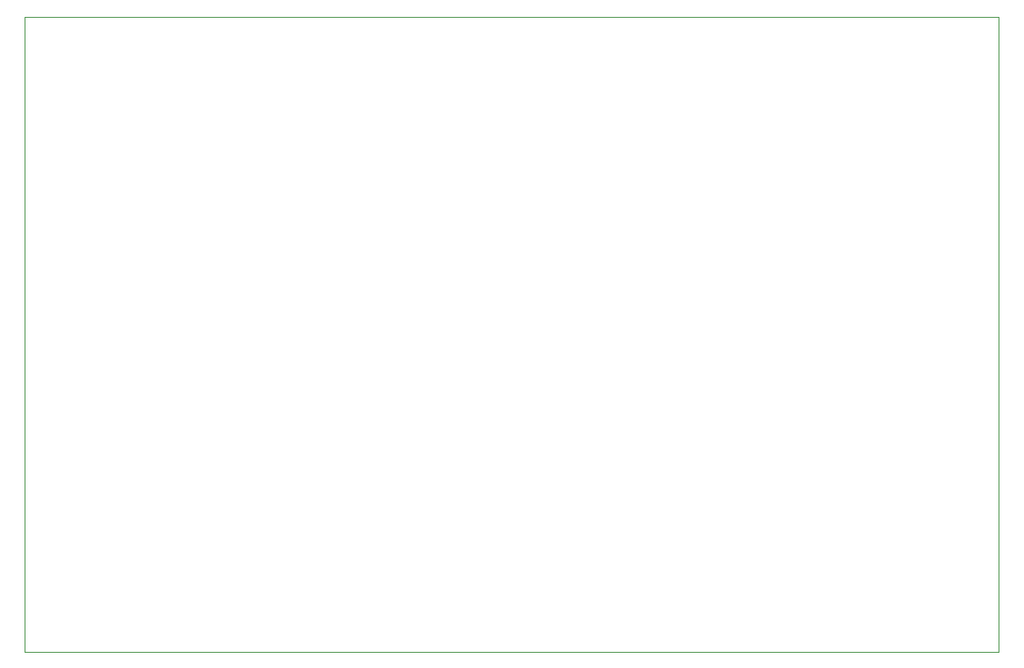
<source format=gbr>
%TF.GenerationSoftware,KiCad,Pcbnew,(6.0.8)*%
%TF.CreationDate,2023-08-17T22:47:52+09:00*%
%TF.ProjectId,rohmMD4,726f686d-4d44-4342-9e6b-696361645f70,rev?*%
%TF.SameCoordinates,PX4fefde0PY791ddc0*%
%TF.FileFunction,Profile,NP*%
%FSLAX46Y46*%
G04 Gerber Fmt 4.6, Leading zero omitted, Abs format (unit mm)*
G04 Created by KiCad (PCBNEW (6.0.8)) date 2023-08-17 22:47:52*
%MOMM*%
%LPD*%
G01*
G04 APERTURE LIST*
%TA.AperFunction,Profile*%
%ADD10C,0.100000*%
%TD*%
G04 APERTURE END LIST*
D10*
X0Y63500000D02*
X97282000Y63500000D01*
X97282000Y63500000D02*
X97282000Y0D01*
X97282000Y0D02*
X0Y0D01*
X0Y0D02*
X0Y63500000D01*
M02*

</source>
